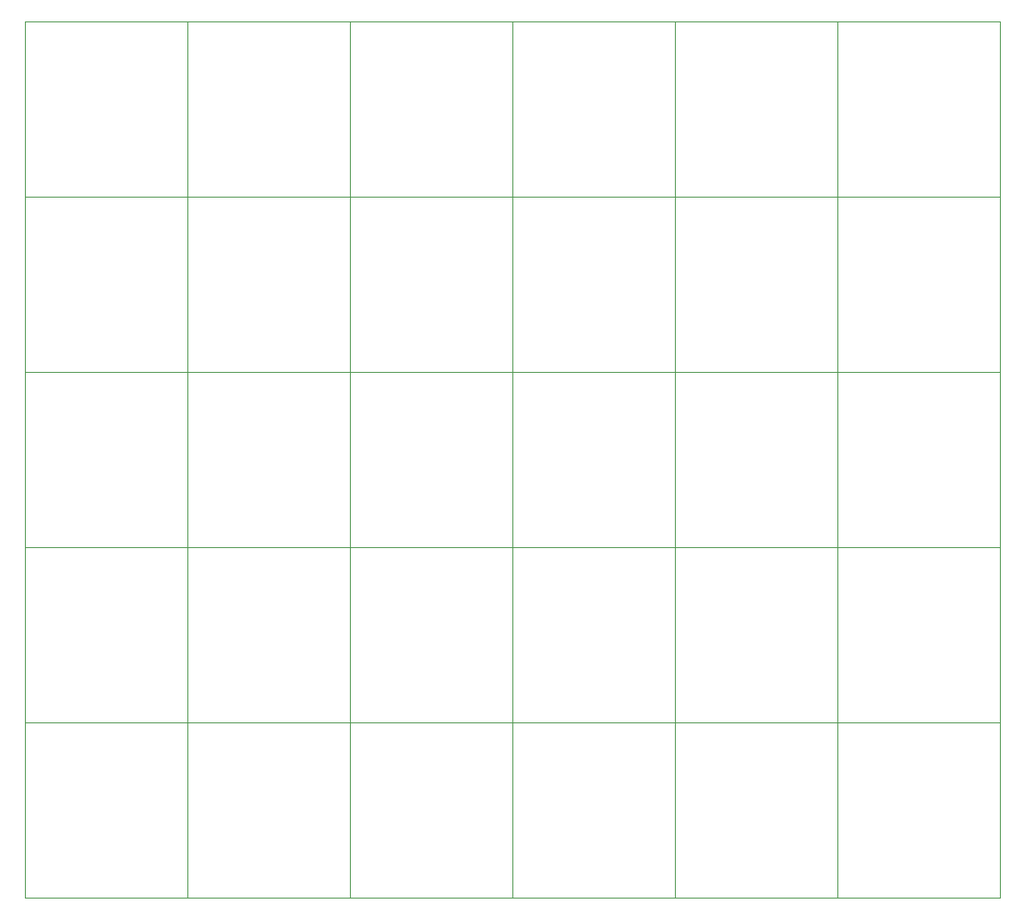
<source format=gm1>
G04 #@! TF.GenerationSoftware,KiCad,Pcbnew,5.1.0*
G04 #@! TF.CreationDate,2019-09-19T01:17:52+09:00*
G04 #@! TF.ProjectId,panelized_switch,70616e65-6c69-47a6-9564-5f7377697463,rev?*
G04 #@! TF.SameCoordinates,Original*
G04 #@! TF.FileFunction,Profile,NP*
%FSLAX46Y46*%
G04 Gerber Fmt 4.6, Leading zero omitted, Abs format (unit mm)*
G04 Created by KiCad (PCBNEW 5.1.0) date 2019-09-19 01:17:52*
%MOMM*%
%LPD*%
G04 APERTURE LIST*
%ADD10C,0.050000*%
G04 APERTURE END LIST*
D10*
X76708000Y-99060000D02*
X60706000Y-99060000D01*
X76708000Y-81788000D02*
X76708000Y-99060000D01*
X28702000Y-81788000D02*
X28702000Y-99060000D01*
X60706000Y-81788000D02*
X60706000Y-99060000D01*
X44704000Y-81788000D02*
X60706000Y-81788000D01*
X12700000Y-81788000D02*
X12700000Y-99060000D01*
X44704000Y-81788000D02*
X44704000Y-99060000D01*
X44704000Y-99060000D02*
X28702000Y-99060000D01*
X28702000Y-81788000D02*
X44704000Y-81788000D01*
X60706000Y-99060000D02*
X44704000Y-99060000D01*
X12700000Y-81788000D02*
X28702000Y-81788000D01*
X28702000Y-99060000D02*
X12700000Y-99060000D01*
X92710000Y-81788000D02*
X92710000Y-99060000D01*
X28702000Y-81788000D02*
X28702000Y-99060000D01*
X60706000Y-81788000D02*
X60706000Y-99060000D01*
X92710000Y-81788000D02*
X92710000Y-99060000D01*
X108712000Y-81788000D02*
X108712000Y-99060000D01*
X108712000Y-99060000D02*
X92710000Y-99060000D01*
X76708000Y-81788000D02*
X76708000Y-99060000D01*
X76708000Y-81788000D02*
X92710000Y-81788000D01*
X92710000Y-81788000D02*
X108712000Y-81788000D01*
X92710000Y-99060000D02*
X76708000Y-99060000D01*
X44704000Y-81788000D02*
X44704000Y-99060000D01*
X60706000Y-81788000D02*
X76708000Y-81788000D01*
X76708000Y-81788000D02*
X60706000Y-81788000D01*
X76708000Y-64516000D02*
X76708000Y-81788000D01*
X28702000Y-64516000D02*
X28702000Y-81788000D01*
X60706000Y-64516000D02*
X60706000Y-81788000D01*
X44704000Y-64516000D02*
X60706000Y-64516000D01*
X12700000Y-64516000D02*
X12700000Y-81788000D01*
X44704000Y-64516000D02*
X44704000Y-81788000D01*
X44704000Y-81788000D02*
X28702000Y-81788000D01*
X28702000Y-64516000D02*
X44704000Y-64516000D01*
X60706000Y-81788000D02*
X44704000Y-81788000D01*
X12700000Y-64516000D02*
X28702000Y-64516000D01*
X28702000Y-81788000D02*
X12700000Y-81788000D01*
X92710000Y-64516000D02*
X92710000Y-81788000D01*
X28702000Y-64516000D02*
X28702000Y-81788000D01*
X60706000Y-64516000D02*
X60706000Y-81788000D01*
X92710000Y-64516000D02*
X92710000Y-81788000D01*
X108712000Y-64516000D02*
X108712000Y-81788000D01*
X108712000Y-81788000D02*
X92710000Y-81788000D01*
X76708000Y-64516000D02*
X76708000Y-81788000D01*
X76708000Y-64516000D02*
X92710000Y-64516000D01*
X92710000Y-64516000D02*
X108712000Y-64516000D01*
X92710000Y-81788000D02*
X76708000Y-81788000D01*
X44704000Y-64516000D02*
X44704000Y-81788000D01*
X60706000Y-64516000D02*
X76708000Y-64516000D01*
X76708000Y-64516000D02*
X60706000Y-64516000D01*
X76708000Y-47244000D02*
X76708000Y-64516000D01*
X28702000Y-47244000D02*
X28702000Y-64516000D01*
X60706000Y-47244000D02*
X60706000Y-64516000D01*
X44704000Y-47244000D02*
X60706000Y-47244000D01*
X12700000Y-47244000D02*
X12700000Y-64516000D01*
X44704000Y-47244000D02*
X44704000Y-64516000D01*
X44704000Y-64516000D02*
X28702000Y-64516000D01*
X28702000Y-47244000D02*
X44704000Y-47244000D01*
X60706000Y-64516000D02*
X44704000Y-64516000D01*
X12700000Y-47244000D02*
X28702000Y-47244000D01*
X28702000Y-64516000D02*
X12700000Y-64516000D01*
X92710000Y-47244000D02*
X92710000Y-64516000D01*
X28702000Y-47244000D02*
X28702000Y-64516000D01*
X60706000Y-47244000D02*
X60706000Y-64516000D01*
X92710000Y-47244000D02*
X92710000Y-64516000D01*
X108712000Y-47244000D02*
X108712000Y-64516000D01*
X108712000Y-64516000D02*
X92710000Y-64516000D01*
X76708000Y-47244000D02*
X76708000Y-64516000D01*
X76708000Y-47244000D02*
X92710000Y-47244000D01*
X92710000Y-47244000D02*
X108712000Y-47244000D01*
X92710000Y-64516000D02*
X76708000Y-64516000D01*
X44704000Y-47244000D02*
X44704000Y-64516000D01*
X60706000Y-47244000D02*
X76708000Y-47244000D01*
X76708000Y-47244000D02*
X60706000Y-47244000D01*
X76708000Y-29972000D02*
X76708000Y-47244000D01*
X28702000Y-29972000D02*
X28702000Y-47244000D01*
X60706000Y-29972000D02*
X60706000Y-47244000D01*
X44704000Y-29972000D02*
X60706000Y-29972000D01*
X12700000Y-29972000D02*
X12700000Y-47244000D01*
X44704000Y-29972000D02*
X44704000Y-47244000D01*
X44704000Y-47244000D02*
X28702000Y-47244000D01*
X28702000Y-29972000D02*
X44704000Y-29972000D01*
X60706000Y-47244000D02*
X44704000Y-47244000D01*
X12700000Y-29972000D02*
X28702000Y-29972000D01*
X28702000Y-47244000D02*
X12700000Y-47244000D01*
X92710000Y-29972000D02*
X92710000Y-47244000D01*
X28702000Y-29972000D02*
X28702000Y-47244000D01*
X60706000Y-29972000D02*
X60706000Y-47244000D01*
X92710000Y-29972000D02*
X92710000Y-47244000D01*
X108712000Y-29972000D02*
X108712000Y-47244000D01*
X108712000Y-47244000D02*
X92710000Y-47244000D01*
X76708000Y-29972000D02*
X76708000Y-47244000D01*
X76708000Y-29972000D02*
X92710000Y-29972000D01*
X92710000Y-29972000D02*
X108712000Y-29972000D01*
X92710000Y-47244000D02*
X76708000Y-47244000D01*
X44704000Y-29972000D02*
X44704000Y-47244000D01*
X60706000Y-29972000D02*
X76708000Y-29972000D01*
X92710000Y-12700000D02*
X92710000Y-29972000D01*
X76708000Y-12700000D02*
X76708000Y-29972000D01*
X108712000Y-12700000D02*
X108712000Y-29972000D01*
X108712000Y-29972000D02*
X92710000Y-29972000D01*
X92710000Y-12700000D02*
X108712000Y-12700000D01*
X76708000Y-12700000D02*
X92710000Y-12700000D01*
X92710000Y-29972000D02*
X76708000Y-29972000D01*
X92710000Y-12700000D02*
X92710000Y-29972000D01*
X60706000Y-12700000D02*
X60706000Y-29972000D01*
X44704000Y-12700000D02*
X44704000Y-29972000D01*
X76708000Y-12700000D02*
X76708000Y-29972000D01*
X76708000Y-29972000D02*
X60706000Y-29972000D01*
X60706000Y-12700000D02*
X76708000Y-12700000D01*
X44704000Y-12700000D02*
X60706000Y-12700000D01*
X60706000Y-29972000D02*
X44704000Y-29972000D01*
X60706000Y-12700000D02*
X60706000Y-29972000D01*
X28702000Y-12700000D02*
X28702000Y-29972000D01*
X44704000Y-29972000D02*
X28702000Y-29972000D01*
X28702000Y-12700000D02*
X44704000Y-12700000D01*
X44704000Y-12700000D02*
X44704000Y-29972000D01*
X12700000Y-12700000D02*
X12700000Y-29972000D01*
X28702000Y-29972000D02*
X12700000Y-29972000D01*
X12700000Y-12700000D02*
X28702000Y-12700000D01*
X28702000Y-12700000D02*
X28702000Y-29972000D01*
M02*

</source>
